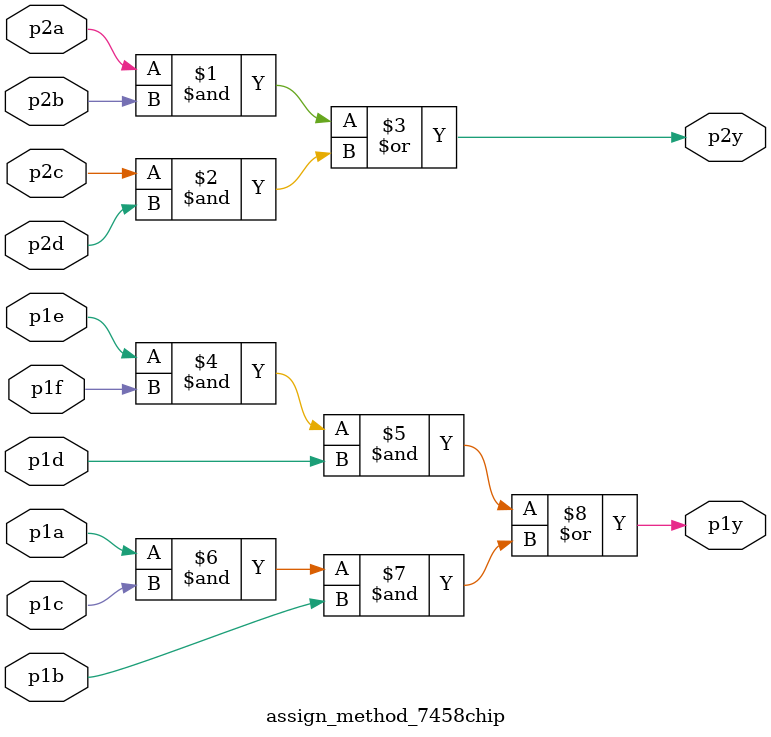
<source format=v>
module wires_method_7458chip ( 
    input p1a, p1b, p1c, p1d, p1e, p1f,
    output p1y,
    input p2a, p2b, p2c, p2d,
    output p2y );
	wire one;
    wire two; 
    wire three;
    wire four;
    assign one = p2a & p2b;
    assign two = p2c & p2d;
    assign p2y = one | two;
    assign three = p1d & p1e & p1f;
    assign four = p1a & p1b & p1c;
    assign p1y = three | four;

endmodule

module assign_method_7458chip ( 
    input p1a, p1b, p1c, p1d, p1e, p1f,
    output p1y,
    input p2a, p2b, p2c, p2d,
    output p2y );
	  assign p2y = (p2a & p2b) | (p2c & p2d);
    assign p1y = (p1e & p1f & p1d) | (p1a & p1c & p1b);

endmodule

</source>
